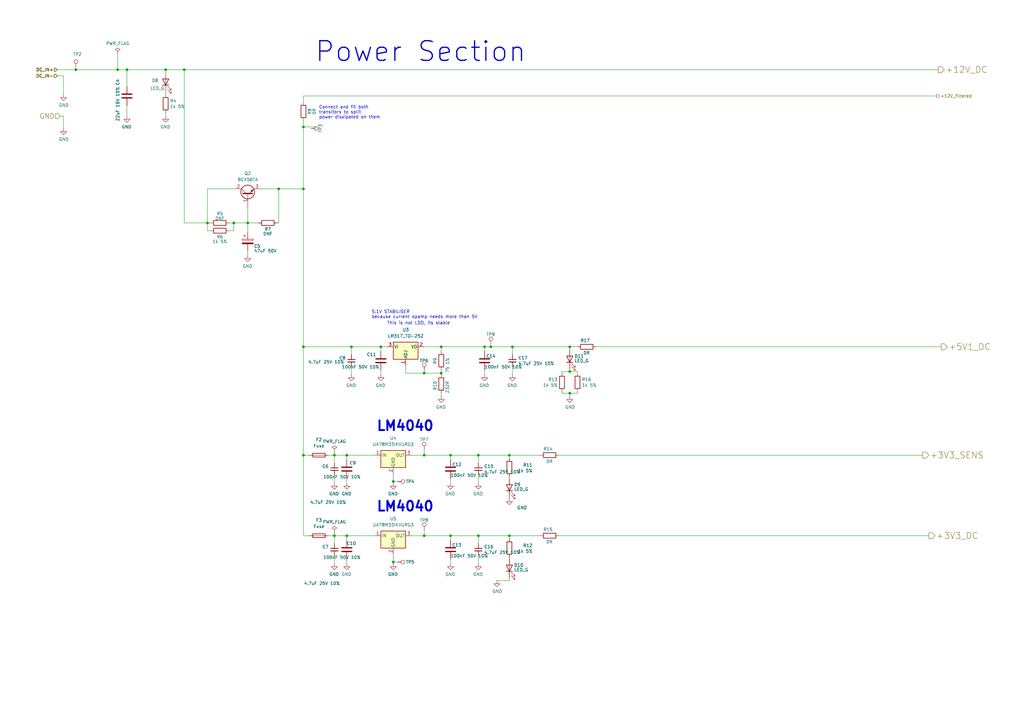
<source format=kicad_sch>
(kicad_sch (version 20231120) (generator "eeschema") (generator_version "8.0")
  (paper "A3")
  (title_block (title "Plant_watering_station") (date "2023-08-18") (rev "C0") (comment 1 "Author: Jakub Szczudło"))
  (lib_symbols
    (symbol "Device:C" (pin_numbers hide) (pin_names (offset 0.254))
      (property "Reference" "C" (at 0.635 2.54 0))
      (property "Value" "C" (at 0.635 -2.54 0))
      (symbol "C_0_1"
        (polyline (pts (xy -2.032 -0.762) (xy 2.032 -0.762)) (stroke (width 0.508)))
        (polyline (pts (xy -2.032 0.762) (xy 2.032 0.762)) (stroke (width 0.508)))
      )
      (symbol "C_1_1"
        (pin passive line (at 0 3.81 270) (length 2.794) (name "~") (number "1"))
        (pin passive line (at 0 -3.81 90) (length 2.794) (name "~") (number "2"))
      )
    )
    (symbol "Device:C_Polarized" (pin_numbers hide) (pin_names (offset 0.254))
      (property "Reference" "C" (at 0.635 2.54 0))
      (property "Value" "C_Polarized" (at 0.635 -2.54 0))
      (symbol "C_Polarized_0_1"
        (rectangle (start -2.286 0.508) (end 2.286 1.016))
        (polyline (pts (xy -1.778 2.286) (xy -0.762 2.286)))
        (polyline (pts (xy -1.27 2.794) (xy -1.27 1.778)))
        (rectangle (start 2.286 -0.508) (end -2.286 -1.016) (fill (type outline)))
      )
      (symbol "C_Polarized_1_1"
        (pin passive line (at 0 3.81 270) (length 2.794) (name "~") (number "1"))
        (pin passive line (at 0 -3.81 90) (length 2.794) (name "~") (number "2"))
      )
    )
    (symbol "Device:C_Small" (pin_numbers hide) (pin_names (offset 0.254) hide)
      (property "Reference" "C" (at 0.254 1.778 0))
      (property "Value" "C_Small" (at 0.254 -2.032 0))
      (symbol "C_Small_0_1"
        (polyline (pts (xy -1.524 -0.508) (xy 1.524 -0.508)) (stroke (width 0.3302)))
        (polyline (pts (xy -1.524 0.508) (xy 1.524 0.508)) (stroke (width 0.3048)))
      )
      (symbol "C_Small_1_1"
        (pin passive line (at 0 2.54 270) (length 2.032) (name "~") (number "1"))
        (pin passive line (at 0 -2.54 90) (length 2.032) (name "~") (number "2"))
      )
    )
    (symbol "Device:Fuse" (pin_numbers hide) (pin_names (offset 0))
      (property "Reference" "F" (at 2.032 0 90))
      (property "Value" "Fuse" (at -1.905 0 90))
      (symbol "Fuse_0_1"
        (rectangle (start -0.762 -2.54) (end 0.762 2.54) (stroke (width 0.254)))
        (polyline (pts (xy 0 2.54) (xy 0 -2.54)))
      )
      (symbol "Fuse_1_1"
        (pin passive line (at 0 3.81 270) (length 1.27) (name "~") (number "1"))
        (pin passive line (at 0 -3.81 90) (length 1.27) (name "~") (number "2"))
      )
    )
    (symbol "Device:LED" (pin_numbers hide) (pin_names (offset 1.016) hide)
      (property "Reference" "D" (at 0 2.54 0))
      (property "Value" "LED" (at 0 -2.54 0))
      (symbol "LED_0_1"
        (polyline (pts (xy -1.27 -1.27) (xy -1.27 1.27)) (stroke (width 0.254)))
        (polyline (pts (xy -1.27 0) (xy 1.27 0)))
        (polyline (pts (xy 1.27 -1.27) (xy 1.27 1.27) (xy -1.27 0) (xy 1.27 -1.27)) (stroke (width 0.254)))
        (polyline (pts (xy -3.048 -0.762) (xy -4.572 -2.286) (xy -3.81 -2.286) (xy -4.572 -2.286) (xy -4.572 -1.524)))
        (polyline (pts (xy -1.778 -0.762) (xy -3.302 -2.286) (xy -2.54 -2.286) (xy -3.302 -2.286) (xy -3.302 -1.524)))
      )
      (symbol "LED_1_1"
        (pin passive line (at -3.81 0 0) (length 2.54) (name "K") (number "1"))
        (pin passive line (at 3.81 0 180) (length 2.54) (name "A") (number "2"))
      )
    )
    (symbol "Device:Q_NPN_BCE" (pin_names (offset 0) hide)
      (property "Reference" "Q" (at 5.08 1.27 0))
      (property "Value" "Q_NPN_BCE" (at 5.08 -1.27 0))
      (symbol "Q_NPN_BCE_0_1"
        (polyline (pts (xy 0.635 0.635) (xy 2.54 2.54)))
        (polyline (pts (xy 0.635 -0.635) (xy 2.54 -2.54) (xy 2.54 -2.54)))
        (polyline (pts (xy 0.635 1.905) (xy 0.635 -1.905) (xy 0.635 -1.905)) (stroke (width 0.508)))
        (polyline (pts (xy 1.27 -1.778) (xy 1.778 -1.27) (xy 2.286 -2.286) (xy 1.27 -1.778) (xy 1.27 -1.778)) (fill (type outline)))
        (circle (center 1.27 0) (radius 2.8194) (stroke (width 0.254)))
      )
      (symbol "Q_NPN_BCE_1_1"
        (pin input line (at -5.08 0 0) (length 5.715) (name "B") (number "1"))
        (pin passive line (at 2.54 5.08 270) (length 2.54) (name "C") (number "2"))
        (pin passive line (at 2.54 -5.08 90) (length 2.54) (name "E") (number "3"))
      )
    )
    (symbol "Device:R" (pin_numbers hide) (pin_names (offset 0))
      (property "Reference" "R" (at 2.032 0 90))
      (property "Value" "R" (at 0 0 90))
      (symbol "R_0_1"
        (rectangle (start -1.016 -2.54) (end 1.016 2.54) (stroke (width 0.254)))
      )
      (symbol "R_1_1"
        (pin passive line (at 0 3.81 270) (length 1.27) (name "~") (number "1"))
        (pin passive line (at 0 -3.81 90) (length 1.27) (name "~") (number "2"))
      )
    )
    (symbol "Regulator_Linear:LM317_TO-252" (pin_names (offset 0.254))
      (property "Reference" "U" (at -3.81 3.175 0))
      (property "Value" "LM317_TO-252" (at 0 3.175 0))
      (symbol "LM317_TO-252_0_1"
        (rectangle (start -5.08 1.905) (end 5.08 -5.08) (stroke (width 0.254)) (fill (type background)))
      )
      (symbol "LM317_TO-252_1_1"
        (pin input line (at 0 -7.62 90) (length 2.54) (name "ADJ") (number "1"))
        (pin power_out line (at 7.62 0 180) (length 2.54) (name "VO") (number "2"))
        (pin power_in line (at -7.62 0 0) (length 2.54) (name "VI") (number "3"))
      )
    )
    (symbol "Regulator_Linear:uA7805" (pin_names (offset 0.254))
      (property "Reference" "U" (at -3.81 3.175 0))
      (property "Value" "uA7805" (at 0 3.175 0))
      (symbol "uA7805_0_1"
        (rectangle (start -5.08 1.905) (end 5.08 -5.08) (stroke (width 0.254)) (fill (type background)))
      )
      (symbol "uA7805_1_1"
        (pin power_in line (at -7.62 0 0) (length 2.54) (name "IN") (number "1"))
        (pin power_in line (at 0 -7.62 90) (length 2.54) (name "GND") (number "2"))
        (pin power_out line (at 7.62 0 180) (length 2.54) (name "OUT") (number "3"))
      )
    )
    (symbol "TP:TestPointShort" (pin_numbers hide) (pin_names (offset 0.762) hide) (in_bom no)
      (property "Reference" "TP" (at 0 6.35 0))
      (property "Value" "TestPointShort" (at 0 3.81 0))
      (symbol "TestPointShort_0_1"
        (circle (center 0 2.032) (radius 0.762))
      )
      (symbol "TestPointShort_1_1"
        (pin passive line (at 0 0 90) (length 1.27) (name "1") (number "1"))
      )
    )
    (symbol "power:GND" (power) (pin_names (offset 0))
      (property "Value" "GND" (at 0 -3.81 0))
      (symbol "GND_0_1"
        (polyline (pts (xy 0 0) (xy 0 -1.27) (xy 1.27 -1.27) (xy 0 -2.54) (xy -1.27 -1.27) (xy 0 -1.27)))
      )
      (symbol "GND_1_1"
        (pin power_in line (at 0 0 270) (length 0) hide (name "GND") (number "1"))
      )
    )
    (symbol "power:PWR_FLAG" (power) (pin_numbers hide) (pin_names (offset 0) hide)
      (property "Value" "PWR_FLAG" (at 0 3.81 0))
      (symbol "PWR_FLAG_0_0"
        (pin power_out line (at 0 0 90) (length 0) (name "pwr") (number "1"))
      )
      (symbol "PWR_FLAG_0_1"
        (polyline (pts (xy 0 0) (xy 0 1.27) (xy -1.016 1.905) (xy 0 2.54) (xy 1.016 1.905) (xy 0 1.27)))
      )
    )
  )
  (junction (at 208.915 219.71))
  (junction (at 124.46 52.07))
  (junction (at 208.915 186.69))
  (junction (at 144.145 142.24))
  (junction (at 161.29 230.505))
  (junction (at 95.885 91.44))
  (junction (at 48.26 28.575))
  (junction (at 173.99 219.71))
  (junction (at 233.68 152.4))
  (junction (at 198.755 142.24))
  (junction (at 161.29 197.485))
  (junction (at 233.68 142.24))
  (junction (at 142.24 186.69))
  (junction (at 75.565 28.575))
  (junction (at 233.68 161.29))
  (junction (at 85.09 91.44))
  (junction (at 173.99 186.69))
  (junction (at 67.945 28.575))
  (junction (at 137.16 219.71))
  (junction (at 201.295 142.24))
  (junction (at 173.99 153.035))
  (junction (at 52.07 28.575))
  (junction (at 184.785 219.71))
  (junction (at 196.215 219.71))
  (junction (at 124.46 142.24))
  (junction (at 114.3 77.47))
  (junction (at 124.46 186.69))
  (junction (at 210.185 142.24))
  (junction (at 180.975 142.24))
  (junction (at 156.21 142.24))
  (junction (at 180.975 153.035))
  (junction (at 184.785 186.69))
  (junction (at 124.46 77.47))
  (junction (at 142.24 219.71))
  (junction (at 31.115 28.575))
  (junction (at 137.16 186.69))
  (junction (at 196.215 186.69))
  (junction (at 101.6 91.44))
  (wire (pts (xy 233.68 152.4) (xy 230.505 152.4)))
  (wire (pts (xy 180.975 142.24) (xy 198.755 142.24)))
  (wire (pts (xy 134.62 186.69) (xy 137.16 186.69)))
  (wire (pts (xy 233.68 161.29) (xy 236.855 161.29)))
  (wire (pts (xy 124.46 52.07) (xy 124.46 77.47)))
  (wire (pts (xy 180.975 153.035) (xy 180.975 153.67)))
  (wire (pts (xy 31.115 28.575) (xy 31.115 27.305)))
  (wire (pts (xy 137.16 219.71) (xy 142.24 219.71)))
  (wire (pts (xy 48.26 28.575) (xy 52.07 28.575)))
  (wire (pts (xy 142.24 186.69) (xy 153.67 186.69)))
  (wire (pts (xy 168.91 219.71) (xy 173.99 219.71)))
  (wire (pts (xy 196.215 194.945) (xy 196.215 198.12)))
  (wire (pts (xy 85.09 94.615) (xy 85.09 91.44)))
  (wire (pts (xy 31.115 28.575) (xy 48.26 28.575)))
  (wire (pts (xy 208.915 203.835) (xy 208.915 204.47)))
  (wire (pts (xy 233.68 161.29) (xy 230.505 161.29)))
  (wire (pts (xy 168.91 186.69) (xy 173.99 186.69)))
  (wire (pts (xy 137.16 185.42) (xy 137.16 186.69)))
  (wire (pts (xy 184.785 219.71) (xy 196.215 219.71)))
  (wire (pts (xy 137.16 227.965) (xy 137.16 231.14)))
  (wire (pts (xy 124.46 52.07) (xy 129.54 52.07)))
  (wire (pts (xy 184.785 229.235) (xy 184.785 231.14)))
  (wire (pts (xy 114.3 77.47) (xy 114.3 91.44)))
  (wire (pts (xy 134.62 219.71) (xy 137.16 219.71)))
  (wire (pts (xy 24.765 47.625) (xy 26.035 47.625)))
  (wire (pts (xy 233.68 151.13) (xy 233.68 152.4)))
  (wire (pts (xy 137.16 186.69) (xy 142.24 186.69)))
  (wire (pts (xy 184.785 186.69) (xy 196.215 186.69)))
  (wire (pts (xy 173.99 219.71) (xy 184.785 219.71)))
  (wire (pts (xy 208.915 186.69) (xy 208.915 187.96)))
  (wire (pts (xy 114.3 77.47) (xy 124.46 77.47)))
  (wire (pts (xy 161.29 194.31) (xy 161.29 197.485)))
  (wire (pts (xy 75.565 91.44) (xy 85.09 91.44)))
  (wire (pts (xy 201.295 142.24) (xy 210.185 142.24)))
  (wire (pts (xy 156.21 142.24) (xy 156.21 144.145)))
  (wire (pts (xy 201.295 140.97) (xy 201.295 142.24)))
  (wire (pts (xy 233.68 162.56) (xy 233.68 161.29)))
  (wire (pts (xy 113.665 91.44) (xy 114.3 91.44)))
  (wire (pts (xy 124.46 49.53) (xy 124.46 52.07)))
  (wire (pts (xy 161.29 197.485) (xy 163.195 197.485)))
  (wire (pts (xy 142.24 219.71) (xy 142.24 221.615)))
  (wire (pts (xy 95.885 94.615) (xy 95.885 91.44)))
  (wire (pts (xy 208.915 236.855) (xy 208.915 238.125)))
  (wire (pts (xy 93.98 91.44) (xy 95.885 91.44)))
  (wire (pts (xy 166.37 149.86) (xy 166.37 153.035)))
  (wire (pts (xy 137.16 194.945) (xy 137.16 198.12)))
  (wire (pts (xy 210.185 142.24) (xy 233.68 142.24)))
  (wire (pts (xy 184.785 196.215) (xy 184.785 198.12)))
  (wire (pts (xy 101.6 91.44) (xy 106.045 91.44)))
  (wire (pts (xy 196.215 186.69) (xy 196.215 189.865)))
  (wire (pts (xy 26.035 31.115) (xy 26.035 38.735)))
  (wire (pts (xy 210.185 142.24) (xy 210.185 145.415)))
  (wire (pts (xy 210.185 150.495) (xy 210.185 153.67)))
  (wire (pts (xy 196.215 186.69) (xy 208.915 186.69)))
  (wire (pts (xy 208.915 238.125) (xy 203.835 238.125)))
  (wire (pts (xy 230.505 152.4) (xy 230.505 153.035)))
  (wire (pts (xy 144.145 150.495) (xy 144.145 153.67)))
  (wire (pts (xy 173.99 151.765) (xy 173.99 153.035)))
  (wire (pts (xy 173.99 184.15) (xy 173.99 186.69)))
  (wire (pts (xy 208.915 195.58) (xy 208.915 196.215)))
  (wire (pts (xy 233.68 142.24) (xy 236.855 142.24)))
  (wire (pts (xy 129.54 52.07) (xy 129.54 52.705)))
  (wire (pts (xy 180.975 142.24) (xy 180.975 144.145)))
  (wire (pts (xy 124.46 142.24) (xy 124.46 186.69)))
  (wire (pts (xy 161.29 230.505) (xy 163.195 230.505)))
  (wire (pts (xy 52.07 28.575) (xy 67.945 28.575)))
  (wire (pts (xy 129.54 52.705) (xy 127.635 52.705)))
  (wire (pts (xy 86.36 94.615) (xy 85.09 94.615)))
  (wire (pts (xy 208.915 219.71) (xy 208.915 220.98)))
  (wire (pts (xy 26.035 47.625) (xy 26.035 52.705)))
  (wire (pts (xy 196.215 227.965) (xy 196.215 231.14)))
  (wire (pts (xy 101.6 91.44) (xy 101.6 95.25)))
  (wire (pts (xy 142.24 196.215) (xy 142.24 198.12)))
  (wire (pts (xy 124.46 39.37) (xy 384.175 39.37)))
  (wire (pts (xy 86.36 91.44) (xy 85.09 91.44)))
  (wire (pts (xy 173.99 153.035) (xy 180.975 153.035)))
  (wire (pts (xy 198.755 142.24) (xy 198.755 144.145)))
  (wire (pts (xy 124.46 186.69) (xy 124.46 219.71)))
  (wire (pts (xy 93.98 94.615) (xy 95.885 94.615)))
  (wire (pts (xy 75.565 28.575) (xy 75.565 91.44)))
  (wire (pts (xy 101.6 102.87) (xy 101.6 104.775)))
  (wire (pts (xy 144.145 142.24) (xy 144.145 145.415)))
  (wire (pts (xy 198.755 142.24) (xy 201.295 142.24)))
  (wire (pts (xy 166.37 153.035) (xy 173.99 153.035)))
  (wire (pts (xy 233.68 152.4) (xy 236.855 152.4)))
  (wire (pts (xy 230.505 161.29) (xy 230.505 160.655)))
  (wire (pts (xy 137.16 219.71) (xy 137.16 222.885)))
  (wire (pts (xy 67.945 28.575) (xy 67.945 29.845)))
  (wire (pts (xy 67.945 46.355) (xy 67.945 47.625)))
  (wire (pts (xy 67.945 37.465) (xy 67.945 38.735)))
  (wire (pts (xy 156.21 142.24) (xy 158.75 142.24)))
  (wire (pts (xy 173.99 186.69) (xy 184.785 186.69)))
  (wire (pts (xy 75.565 28.575) (xy 384.81 28.575)))
  (wire (pts (xy 184.785 186.69) (xy 184.785 188.595)))
  (wire (pts (xy 67.945 28.575) (xy 75.565 28.575)))
  (wire (pts (xy 196.215 219.71) (xy 196.215 222.885)))
  (wire (pts (xy 52.07 28.575) (xy 52.07 35.56)))
  (wire (pts (xy 208.915 186.69) (xy 221.615 186.69)))
  (wire (pts (xy 236.855 152.4) (xy 236.855 153.035)))
  (wire (pts (xy 137.16 186.69) (xy 137.16 189.865)))
  (wire (pts (xy 173.99 217.17) (xy 173.99 219.71)))
  (wire (pts (xy 23.495 28.575) (xy 31.115 28.575)))
  (wire (pts (xy 208.915 219.71) (xy 221.615 219.71)))
  (wire (pts (xy 161.29 197.485) (xy 161.29 198.12)))
  (wire (pts (xy 161.29 230.505) (xy 161.29 231.14)))
  (wire (pts (xy 208.915 228.6) (xy 208.915 229.235)))
  (wire (pts (xy 96.52 77.47) (xy 85.09 77.47)))
  (wire (pts (xy 244.475 142.24) (xy 386.08 142.24)))
  (wire (pts (xy 180.975 151.765) (xy 180.975 153.035)))
  (wire (pts (xy 142.24 219.71) (xy 153.67 219.71)))
  (wire (pts (xy 233.68 142.24) (xy 233.68 143.51)))
  (wire (pts (xy 156.21 151.765) (xy 156.21 153.67)))
  (wire (pts (xy 95.885 91.44) (xy 101.6 91.44)))
  (wire (pts (xy 180.975 161.29) (xy 180.975 162.56)))
  (wire (pts (xy 101.6 85.09) (xy 101.6 91.44)))
  (wire (pts (xy 124.46 142.24) (xy 144.145 142.24)))
  (wire (pts (xy 196.215 219.71) (xy 208.915 219.71)))
  (wire (pts (xy 85.09 77.47) (xy 85.09 91.44)))
  (wire (pts (xy 52.07 43.18) (xy 52.07 47.625)))
  (wire (pts (xy 198.755 151.765) (xy 198.755 153.67)))
  (wire (pts (xy 173.99 142.24) (xy 180.975 142.24)))
  (wire (pts (xy 236.855 161.29) (xy 236.855 160.655)))
  (wire (pts (xy 124.46 39.37) (xy 124.46 41.91)))
  (wire (pts (xy 124.46 186.69) (xy 127 186.69)))
  (wire (pts (xy 106.68 77.47) (xy 114.3 77.47)))
  (wire (pts (xy 161.29 227.33) (xy 161.29 230.505)))
  (wire (pts (xy 48.26 22.225) (xy 48.26 28.575)))
  (wire (pts (xy 142.24 186.69) (xy 142.24 188.595)))
  (wire (pts (xy 137.16 218.44) (xy 137.16 219.71)))
  (wire (pts (xy 144.145 142.24) (xy 156.21 142.24)))
  (wire (pts (xy 124.46 77.47) (xy 124.46 142.24)))
  (wire (pts (xy 142.24 229.235) (xy 142.24 231.14)))
  (wire (pts (xy 23.495 31.115) (xy 26.035 31.115)))
  (wire (pts (xy 229.235 186.69) (xy 378.46 186.69)))
  (wire (pts (xy 184.785 219.71) (xy 184.785 221.615)))
  (wire (pts (xy 124.46 219.71) (xy 127 219.71)))
  (wire (pts (xy 229.235 219.71) (xy 381 219.71)))
  (text "LM4040" (at 154.178 177.165 0) (effects (font (size 3.9878 3.9878) (thickness 0.7976) (bold yes)) (justify left bottom)))
  (text "Power Section" (at 128.905 26.035 0) (effects (font (size 8.08 8.08) (thickness 0.508) (bold yes)) (justify left bottom)))
  (text "5.1V STABILISER\nbecause current opamp needs more than 5V" (at 152.4 130.81 0) (effects (font (size 1.27 1.27)) (justify left bottom)))
  (text "Connect and fit both \ntransitors to split \npower dissipated on them" (at 130.81 48.895 0) (effects (font (size 1.27 1.27)) (justify left bottom)))
  (text "LM4040" (at 154.178 210.185 0) (effects (font (size 3.9878 3.9878) (thickness 0.7976) (bold yes)) (justify left bottom)))
  (text "This is not LDO, its stable" (at 158.75 133.35 0) (effects (font (size 1.27 1.27)) (justify left bottom)))
  (hierarchical_label "+12V_DC" (shape output) (at 384.81 28.575 0) (effects (font (size 2.54 2.54))))
  (hierarchical_label "DC_IN-" (shape input) (at 23.495 31.115 180) (effects (font (bold yes))))
  (hierarchical_label "GND" (shape input) (at 24.765 47.625 180) (effects (font (size 2.0066 2.0066))))
  (hierarchical_label "+12V_filtered" (shape output) (at 384.175 39.37 0))
  (hierarchical_label "DC_IN+" (shape input) (at 23.495 28.575 180) (effects (font (bold yes))))
  (hierarchical_label "+5V1_DC" (shape output) (at 386.08 142.24 0) (effects (font (size 2.54 2.54))))
  (hierarchical_label "+3V3_SENS" (shape output) (at 378.46 186.69 0) (effects (font (size 2.54 2.54))))
  (hierarchical_label "+3V3_DC" (shape output) (at 381 219.71 0) (effects (font (size 2.54 2.54))))
  (symbol (lib_id "power:GND") (at 26.035 52.705 0) (unit 1)
    (property "Reference" "#PWR049" (effects (hide yes)))
    (property "Value" "GND" (at 26.162 57.0992 0))
  )
  (symbol (lib_id "power:GND") (at 208.915 204.47 0) (unit 1)
    (property "Reference" "#PWR068" (effects (hide yes)))
    (property "Value" "GND" (at 214.122 208.2292 0))
  )
  (symbol (lib_id "Device:R") (at 230.505 156.845 0) (mirror y) (unit 1)
    (property "Reference" "R13" (at 228.727 155.6766 0) (effects (justify left)))
    (property "Value" "1k 5%" (at 228.727 157.988 0) (effects (justify left)))
    (property "Footprint" "Resistor_SMD:R_0805_2012Metric" (effects (hide yes)))
    (property "TME link" "https://www.tme.eu/pl/details/rc0805fr-071k/rezystory-smd/yageo/rc0805fr-071kl/" (effects (hide yes)))
  )
  (symbol (lib_id "Device:R") (at 208.915 224.79 0) (mirror y) (unit 1)
    (property "Reference" "R12" (at 218.44 223.7486 0) (effects (justify left)))
    (property "Value" "1k 5%" (at 218.44 226.06 0) (effects (justify left)))
    (property "Footprint" "Resistor_SMD:R_0805_2012Metric" (effects (hide yes)))
    (property "TME link" "https://www.tme.eu/pl/details/rc0805fr-071k/rezystory-smd/yageo/rc0805fr-071kl/" (effects (hide yes)))
  )
  (symbol (lib_id "Device:R") (at 67.945 42.545 0) (unit 1)
    (property "Reference" "R4" (at 69.723 41.3766 0) (effects (justify left)))
    (property "Value" "1k 5%" (at 69.723 43.688 0) (effects (justify left)))
    (property "Footprint" "Resistor_SMD:R_0805_2012Metric" (effects (hide yes)))
    (property "TME link" "https://www.tme.eu/pl/details/rc0805fr-071k/rezystory-smd/yageo/rc0805fr-071kl/" (effects (hide yes)))
  )
  (symbol (lib_id "TP:TestPointShort") (at 127.635 52.705 270) (unit 1) (in_bom no)
    (property "Reference" "TP3" (at 131.445 50.8 0) (effects (justify left)))
    (property "Value" "TP" (effects (hide yes)))
    (property "Footprint" "TestPoint:TestPoint_Pad_D1.0mm" (effects (hide yes)))
    (property "Shop" "N/A" (effects (hide yes)))
  )
  (symbol (lib_id "Device:R") (at 124.46 45.72 180) (unit 1)
    (property "Reference" "R8" (at 127 45.72 90))
    (property "Value" "0R" (at 128.905 45.72 90))
    (property "Footprint" "Resistor_SMD:R_0805_2012Metric" (effects (hide yes)))
    (property "TME" "SMD0805-0R" (effects (hide yes)))
    (property "Shop" "TME" (effects (hide yes)))
  )
  (symbol (lib_id "power:GND") (at 203.835 238.125 0) (unit 1)
    (property "Reference" "#PWR069" (effects (hide yes)))
    (property "Value" "GND" (at 203.962 242.5192 0))
  )
  (symbol (lib_id "TP:TestPointShort") (at 201.295 140.97 0) (unit 1) (in_bom no)
    (property "Reference" "TP9" (at 199.39 137.16 0) (effects (justify left)))
    (property "Value" "TP" (effects (hide yes)))
    (property "Footprint" "TestPoint:TestPoint_Pad_D1.0mm" (effects (hide yes)))
    (property "Shop" "N/A" (effects (hide yes)))
  )
  (symbol (lib_id "Device:R") (at 180.975 157.48 180) (unit 1)
    (property "Reference" "R10" (at 178.435 156.21 90) (effects (justify left)))
    (property "Value" "232R" (at 183.515 156.21 90) (effects (justify left)))
    (property "Footprint" "Resistor_SMD:R_0805_2012Metric" (effects (hide yes)))
    (property "TME link" "https://www.tme.eu/pl/details/hp05-75r1%25/rezystory-smd/royal-ohm/hp05w3f750jt5e/" (effects (hide yes)))
  )
  (symbol (lib_id "Device:Fuse") (at 130.81 186.69 90) (unit 1)
    (property "Reference" "F2" (at 130.81 180.34 90))
    (property "Value" "Fuse" (at 130.81 182.88 90))
    (property "Footprint" "Fuse:Fuseholder_Clip-5x20mm_Keystone_3517_Inline_P23.11x6.76mm_D1.70mm_Horizontal" (effects (hide yes)))
    (property "Description" "Fuse" (effects (hide yes)))
    (property "TME" "https://www.tme.eu/pl/details/keys3517/gniazda-bezpiecznikowe-pcb/keystone/3517/" (effects (hide yes)))
  )
  (symbol (lib_id "Device:C") (at 156.21 147.955 180) (unit 1)
    (property "Reference" "C11" (at 154.305 145.415 0) (effects (justify left)))
    (property "Value" "100nF 50V 10%" (at 155.575 150.495 0) (effects (justify left)))
    (property "Footprint" "Capacitor_SMD:C_0805_2012Metric" (effects (hide yes)))
    (property "TME link" "https://www.tme.eu/pl/details/0805b104j500ct/kondensatory-mlcc-smd/walsin/" (effects (hide yes)))
  )
  (symbol (lib_id "Device:R") (at 225.425 186.69 90) (unit 1)
    (property "Reference" "R14" (at 226.695 184.15 90) (effects (justify left)))
    (property "Value" "0R" (at 226.695 189.23 90) (effects (justify left)))
    (property "Footprint" "Resistor_SMD:R_0805_2012Metric" (effects (hide yes)))
    (property "TME" "SMD0805-0R" (effects (hide yes)))
    (property "Shop" "TME" (effects (hide yes)))
  )
  (symbol (lib_id "Device:C_Small") (at 196.215 225.425 0) (unit 1)
    (property "Reference" "C16" (at 198.5518 224.2566 0) (effects (justify left)))
    (property "Value" "4.7uF 25V 10%" (at 198.5518 226.568 0) (effects (justify left)))
    (property "Footprint" "Capacitor_SMD:C_0805_2012Metric" (effects (hide yes)))
    (property "TME link" "https://www.tme.eu/pl/details/grm21br61h475ke51l/kondensatory-mlcc-smd/murata/" (effects (hide yes)))
  )
  (symbol (lib_id "power:GND") (at 184.785 198.12 0) (mirror y) (unit 1)
    (property "Reference" "#PWR062" (effects (hide yes)))
    (property "Value" "GND" (at 184.658 202.5142 0))
  )
  (symbol (lib_id "Device:LED") (at 233.68 147.32 90) (unit 1)
    (property "Reference" "D11" (at 235.585 146.05 90) (effects (justify right)))
    (property "Value" "LED_G" (at 235.585 147.955 90) (effects (justify right)))
    (property "Footprint" "Mouser_Parts:LED_1206_3216Metric_JLCPCB_Marking" (effects (hide yes)))
    (property "TME link" "https://www.tme.eu/pl/details/of-smd3216yg-rv/diody-led-smd-kolorowe/optoflash/" (effects (hide yes)))
  )
  (symbol (lib_id "power:GND") (at 180.975 162.56 0) (mirror y) (unit 1)
    (property "Reference" "#PWR061" (effects (hide yes)))
    (property "Value" "GND" (at 180.848 166.9542 0))
  )
  (symbol (lib_id "Device:C_Small") (at 196.215 192.405 0) (unit 1)
    (property "Reference" "C15" (at 198.5518 191.2366 0) (effects (justify left)))
    (property "Value" "4.7uF 25V 10%" (at 198.5518 193.548 0) (effects (justify left)))
    (property "Footprint" "Capacitor_SMD:C_0805_2012Metric" (effects (hide yes)))
    (property "TME link" "https://www.tme.eu/pl/details/grm21br61h475ke51l/kondensatory-mlcc-smd/murata/" (effects (hide yes)))
  )
  (symbol (lib_id "Device:R") (at 180.975 147.955 180) (unit 1)
    (property "Reference" "R9" (at 178.435 146.685 90) (effects (justify left)))
    (property "Value" "75 1%" (at 183.515 146.685 90) (effects (justify left)))
    (property "Footprint" "Resistor_SMD:R_0805_2012Metric" (effects (hide yes)))
    (property "TME link" "https://www.tme.eu/pl/details/hp05-75r1%25/rezystory-smd/royal-ohm/hp05w3f750jt5e/" (effects (hide yes)))
  )
  (symbol (lib_id "Device:C") (at 142.24 192.405 180) (unit 1)
    (property "Reference" "C9" (at 146.05 189.865 0) (effects (justify left)))
    (property "Value" "100nF 50V 10%" (at 147.955 195.58 0) (effects (justify left)))
    (property "Footprint" "Capacitor_SMD:C_0805_2012Metric" (effects (hide yes)))
    (property "TME link" "https://www.tme.eu/pl/details/0805b104j500ct/kondensatory-mlcc-smd/walsin/" (effects (hide yes)))
  )
  (symbol (lib_id "TP:TestPointShort") (at 173.99 184.15 0) (unit 1) (in_bom no)
    (property "Reference" "TP7" (at 172.085 180.34 0) (effects (justify left)))
    (property "Value" "TP" (effects (hide yes)))
    (property "Footprint" "TestPoint:TestPoint_Pad_D1.0mm" (effects (hide yes)))
    (property "Shop" "N/A" (effects (hide yes)))
  )
  (symbol (lib_id "power:GND") (at 196.215 198.12 0) (mirror y) (unit 1)
    (property "Reference" "#PWR065" (effects (hide yes)))
    (property "Value" "GND" (at 196.088 202.5142 0))
  )
  (symbol (lib_id "power:GND") (at 142.24 231.14 0) (mirror y) (unit 1)
    (property "Reference" "#PWR057" (effects (hide yes)))
    (property "Value" "GND" (at 142.113 235.5342 0))
  )
  (symbol (lib_id "TP:TestPointShort") (at 163.195 197.485 270) (unit 1) (in_bom no)
    (property "Reference" "TP4" (at 166.37 197.485 90) (effects (justify left)))
    (property "Value" "TP" (effects (hide yes)))
    (property "Footprint" "TestPoint:TestPoint_Pad_D1.0mm" (effects (hide yes)))
    (property "Shop" "N/A" (effects (hide yes)))
  )
  (symbol (lib_id "Device:C") (at 142.24 225.425 180) (unit 1)
    (property "Reference" "C10" (at 146.05 222.885 0) (effects (justify left)))
    (property "Value" "100nF 50V 10%" (at 147.955 228.6 0) (effects (justify left)))
    (property "Footprint" "Capacitor_SMD:C_0805_2012Metric" (effects (hide yes)))
    (property "TME link" "https://www.tme.eu/pl/details/0805b104j500ct/kondensatory-mlcc-smd/walsin/" (effects (hide yes)))
  )
  (symbol (lib_id "power:GND") (at 101.6 104.775 0) (mirror y) (unit 1)
    (property "Reference" "#PWR052" (effects (hide yes)))
    (property "Value" "GND" (at 101.473 109.1692 0))
  )
  (symbol (lib_id "power:PWR_FLAG") (at 48.26 22.225 0) (unit 1)
    (property "Reference" "#FLG01" (effects (hide yes)))
    (property "Value" "PWR_FLAG" (at 48.26 17.8308 0))
  )
  (symbol (lib_id "power:GND") (at 184.785 231.14 0) (mirror y) (unit 1)
    (property "Reference" "#PWR063" (effects (hide yes)))
    (property "Value" "GND" (at 184.658 235.5342 0))
  )
  (symbol (lib_id "power:GND") (at 156.21 153.67 0) (mirror y) (unit 1)
    (property "Reference" "#PWR058" (effects (hide yes)))
    (property "Value" "GND" (at 156.083 158.0642 0))
  )
  (symbol (lib_id "Device:C") (at 198.755 147.955 0) (unit 1)
    (property "Reference" "C14" (at 199.39 146.05 0) (effects (justify left)))
    (property "Value" "100nF 50V 10%" (at 198.755 150.495 0) (effects (justify left)))
    (property "Footprint" "Capacitor_SMD:C_0805_2012Metric" (effects (hide yes)))
    (property "TME link" "https://www.tme.eu/pl/details/0805b104j500ct/kondensatory-mlcc-smd/walsin/" (effects (hide yes)))
  )
  (symbol (lib_id "Device:LED") (at 208.915 200.025 90) (unit 1)
    (property "Reference" "D9" (at 210.82 198.755 90) (effects (justify right)))
    (property "Value" "LED_G" (at 210.82 200.66 90) (effects (justify right)))
    (property "Footprint" "Mouser_Parts:LED_1206_3216Metric_JLCPCB_Marking" (effects (hide yes)))
    (property "TME link" "https://www.tme.eu/pl/details/of-smd3216yg-rv/diody-led-smd-kolorowe/optoflash/" (effects (hide yes)))
  )
  (symbol (lib_id "Device:C_Small") (at 144.145 147.955 0) (mirror y) (unit 1)
    (property "Reference" "C8" (at 141.8082 146.7866 0) (effects (justify left)))
    (property "Value" "4.7uF 25V 10%" (at 141.1732 148.463 0) (effects (justify left)))
    (property "Footprint" "Capacitor_SMD:C_0805_2012Metric" (effects (hide yes)))
    (property "TME link" "https://www.tme.eu/pl/details/grm21br61h475ke51l/kondensatory-mlcc-smd/murata/" (effects (hide yes)))
  )
  (symbol (lib_id "Device:C_Small") (at 137.16 225.425 0) (mirror y) (unit 1)
    (property "Reference" "C7" (at 134.8232 224.2566 0) (effects (justify left)))
    (property "Value" "4.7uF 25V 10%" (at 139.446 239.268 0) (effects (justify left)))
    (property "Footprint" "Capacitor_SMD:C_0805_2012Metric" (effects (hide yes)))
    (property "TME link" "https://www.tme.eu/pl/details/grm21br61h475ke51l/kondensatory-mlcc-smd/murata/" (effects (hide yes)))
  )
  (symbol (lib_id "Device:C_Polarized") (at 101.6 99.06 0) (unit 1)
    (property "Reference" "C5" (at 104.14 100.965 0) (effects (justify left)))
    (property "Value" "47uF 50V" (at 104.14 102.87 0) (effects (justify left)))
    (property "Footprint" "Capacitor_SMD:C_Elec_6.3x7.7" (effects (hide yes)))
    (property "Datasheet" "https://www.tme.eu/Document/28a7d7325ef9ccb79ff14624469fe009/CD.pdf" (effects (hide yes)))
    (property "TME" "CD1H476M6L07KVR" (effects (hide yes)))
    (property "TME link" "https://www.tme.eu/pl/details/cd1h476m6l07kvr/kondensatory-elektrolityczne-smd/samwha/" (effects (hide yes)))
    (property "Shop" "TME" (effects (hide yes)))
  )
  (symbol (lib_id "Regulator_Linear:LM317_TO-252") (at 166.37 142.24 0) (unit 1)
    (property "Reference" "U3" (at 166.37 135.255 0))
    (property "Value" "LM317_TO-252" (at 166.37 137.795 0))
    (property "Footprint" "Package_TO_SOT_SMD:TO-252-2" (effects (hide yes)))
    (property "Datasheet" "https://www.mouser.pl/datasheet/2/308/1/LM317M_D-2315058.pdf" (effects (hide yes)))
    (property "Mouser Price/Stock" "https://www.mouser.pl/ProductDetail/onsemi/NCV317BD2TR4G?qs=8sOby8ZxZLFFfQnwzP4fTw%3D%3D" (effects (hide yes)))
    (property "Mouser Part Number" "863-NCV317BD2TR4G " (effects (hide yes)))
    (property "Shop" "MOUSER" (effects (hide yes)))
  )
  (symbol (lib_id "Device:Q_NPN_BCE") (at 101.6 80.01 90) (unit 1)
    (property "Reference" "Q2" (at 101.6 71.12 90))
    (property "Value" "BCX56TA" (at 101.6 73.66 90))
    (property "Footprint" "Package_TO_SOT_SMD:SOT-89-3" (effects (hide yes)))
    (property "Datasheet" "https://www.tme.eu/Document/514535f26ec2d58a5355ce1ee7c0b95f/BCX54x-DTE.pdf" (effects (hide yes)))
    (property "TME" "BCX56TA" (effects (hide yes)))
    (property "TME link" "https://www.tme.eu/pl/details/bcx56ta/tranzystory-npn-smd/diodes-incorporated/" (effects (hide yes)))
    (property "Shop" "TME" (effects (hide yes)))
  )
  (symbol (lib_id "Device:R") (at 90.17 91.44 90) (unit 1)
    (property "Reference" "R5" (at 90.17 87.63 90))
    (property "Value" "DNF" (at 90.17 89.535 90))
    (property "Footprint" "Resistor_SMD:R_2512_6332Metric" (effects (hide yes)))
    (property "TME" "CRCW25123K30FKTHBC" (effects (hide yes)))
    (property "Shop" "N/A" (effects (hide yes)))
  )
  (symbol (lib_id "Device:LED") (at 208.915 233.045 90) (unit 1)
    (property "Reference" "D10" (at 210.82 231.775 90) (effects (justify right)))
    (property "Value" "LED_G" (at 210.82 233.68 90) (effects (justify right)))
    (property "Footprint" "Mouser_Parts:LED_1206_3216Metric_JLCPCB_Marking" (effects (hide yes)))
    (property "JLCPCB Part #" "C601666" (effects (hide yes)))
    (property "Shop" "JLCPCB" (effects (hide yes)))
  )
  (symbol (lib_id "power:PWR_FLAG") (at 137.16 218.44 0) (unit 1)
    (property "Reference" "#FLG03" (effects (hide yes)))
    (property "Value" "PWR_FLAG" (at 137.16 214.0458 0))
  )
  (symbol (lib_id "power:GND") (at 144.145 153.67 0) (mirror y) (unit 1)
    (property "Reference" "#PWR055" (effects (hide yes)))
    (property "Value" "GND" (at 144.018 158.0642 0))
  )
  (symbol (lib_id "Device:C") (at 184.785 225.425 0) (unit 1)
    (property "Reference" "C13" (at 185.42 223.52 0) (effects (justify left)))
    (property "Value" "100nF 50V 10%" (at 184.785 227.965 0) (effects (justify left)))
    (property "Footprint" "Capacitor_SMD:C_0805_2012Metric" (effects (hide yes)))
    (property "TME link" "https://www.tme.eu/pl/details/0805b104j500ct/kondensatory-mlcc-smd/walsin/" (effects (hide yes)))
  )
  (symbol (lib_id "TP:TestPointShort") (at 163.195 230.505 270) (unit 1) (in_bom no)
    (property "Reference" "TP5" (at 166.37 230.505 90) (effects (justify left)))
    (property "Value" "TP" (effects (hide yes)))
    (property "Footprint" "TestPoint:TestPoint_Pad_D1.0mm" (effects (hide yes)))
    (property "Shop" "N/A" (effects (hide yes)))
  )
  (symbol (lib_id "power:GND") (at 67.945 47.625 0) (mirror y) (unit 1)
    (property "Reference" "#PWR051" (effects (hide yes)))
    (property "Value" "GND" (at 67.818 52.0192 0))
  )
  (symbol (lib_id "Device:LED") (at 67.945 33.655 90) (unit 1)
    (property "Reference" "D8" (at 62.23 33.02 90) (effects (justify right)))
    (property "Value" "LED_G" (at 61.595 36.195 90) (effects (justify right)))
    (property "Footprint" "Mouser_Parts:LED_1206_3216Metric_JLCPCB_Marking" (effects (hide yes)))
    (property "TME link" "https://www.tme.eu/pl/details/of-smd3216yg-rv/diody-led-smd-kolorowe/optoflash/" (effects (hide yes)))
  )
  (symbol (lib_id "power:GND") (at 52.07 47.625 0) (mirror y) (unit 1)
    (property "Reference" "#PWR050" (effects (hide yes)))
    (property "Value" "GND" (at 51.943 52.0192 0))
  )
  (symbol (lib_id "power:GND") (at 26.035 38.735 0) (unit 1)
    (property "Reference" "#PWR048" (effects (hide yes)))
    (property "Value" "GND" (at 26.162 43.1292 0))
  )
  (symbol (lib_id "power:PWR_FLAG") (at 137.16 185.42 0) (unit 1)
    (property "Reference" "#FLG02" (effects (hide yes)))
    (property "Value" "PWR_FLAG" (at 137.16 181.0258 0))
  )
  (symbol (lib_id "Device:R") (at 109.855 91.44 90) (unit 1)
    (property "Reference" "R7" (at 109.855 93.98 90))
    (property "Value" "DNF" (at 109.855 95.885 90))
    (property "Footprint" "Resistor_SMD:R_0805_2012Metric" (effects (hide yes)))
    (property "Shop" "N/A" (effects (hide yes)))
  )
  (symbol (lib_id "power:GND") (at 161.29 231.14 0) (mirror y) (unit 1)
    (property "Reference" "#PWR060" (effects (hide yes)))
    (property "Value" "GND" (at 161.163 235.5342 0))
  )
  (symbol (lib_id "power:GND") (at 137.16 198.12 0) (mirror y) (unit 1)
    (property "Reference" "#PWR053" (effects (hide yes)))
    (property "Value" "GND" (at 137.033 202.5142 0))
  )
  (symbol (lib_id "Device:R") (at 208.915 191.77 0) (mirror y) (unit 1)
    (property "Reference" "R11" (at 218.44 190.7286 0) (effects (justify left)))
    (property "Value" "1k 5%" (at 218.44 193.04 0) (effects (justify left)))
    (property "Footprint" "Resistor_SMD:R_0805_2012Metric" (effects (hide yes)))
    (property "TME link" "https://www.tme.eu/pl/details/rc0805fr-071k/rezystory-smd/yageo/rc0805fr-071kl/" (effects (hide yes)))
  )
  (symbol (lib_id "TP:TestPointShort") (at 173.99 151.765 0) (unit 1) (in_bom no)
    (property "Reference" "TP6" (at 172.085 147.955 0) (effects (justify left)))
    (property "Value" "TP" (effects (hide yes)))
    (property "Footprint" "TestPoint:TestPoint_Pad_D1.0mm" (effects (hide yes)))
    (property "Shop" "N/A" (effects (hide yes)))
  )
  (symbol (lib_id "Device:R") (at 225.425 219.71 90) (unit 1)
    (property "Reference" "R15" (at 226.695 217.17 90) (effects (justify left)))
    (property "Value" "0R" (at 226.695 222.25 90) (effects (justify left)))
    (property "Footprint" "Resistor_SMD:R_0805_2012Metric" (effects (hide yes)))
    (property "TME" "SMD0805-0R" (effects (hide yes)))
    (property "Shop" "TME" (effects (hide yes)))
  )
  (symbol (lib_id "Device:C_Small") (at 137.16 192.405 0) (mirror y) (unit 1)
    (property "Reference" "C6" (at 134.8232 191.2366 0) (effects (justify left)))
    (property "Value" "4.7uF 25V 10%" (at 141.986 205.994 0) (effects (justify left)))
    (property "Footprint" "Capacitor_SMD:C_0805_2012Metric" (effects (hide yes)))
    (property "TME link" "https://www.tme.eu/pl/details/grm21br61h475ke51l/kondensatory-mlcc-smd/murata/" (effects (hide yes)))
  )
  (symbol (lib_id "Device:R") (at 236.855 156.845 0) (unit 1)
    (property "Reference" "R16" (at 238.633 155.6766 0) (effects (justify left)))
    (property "Value" "1k 5%" (at 238.633 157.988 0) (effects (justify left)))
    (property "Footprint" "Resistor_SMD:R_0805_2012Metric" (effects (hide yes)))
    (property "TME link" "https://www.tme.eu/pl/details/rc0805fr-071k/rezystory-smd/yageo/rc0805fr-071kl/" (effects (hide yes)))
  )
  (symbol (lib_id "power:GND") (at 210.185 153.67 0) (mirror y) (unit 1)
    (property "Reference" "#PWR067" (effects (hide yes)))
    (property "Value" "GND" (at 210.058 158.0642 0))
  )
  (symbol (lib_id "Regulator_Linear:uA7805") (at 161.29 219.71 0) (unit 1)
    (property "Reference" "U5" (at 161.29 212.725 0))
    (property "Value" "UA78M33IKVURG3" (at 161.29 215.265 0))
    (property "Footprint" "Mouser_Parts:UA78M33IKVURG3" (effects (hide yes)))
    (property "Datasheet" "http://www.ti.com/lit/ds/symlink/ua78.pdf" (effects (hide yes)))
    (property "Mouser Part Number" "595-UA78M33IKVURG3" (effects (hide yes)))
    (property "Mouser Price/Stock" "https://www.mouser.co.uk/ProductDetail/Texas-Instruments/UA78M33IKVURG3?qs=dP8SwFlKThxMmGpfgS%2FADQ%3D%3D" (effects (hide yes)))
    (property "Shop" "MOUSER" (effects (hide yes)))
  )
  (symbol (lib_id "power:GND") (at 142.24 198.12 0) (mirror y) (unit 1)
    (property "Reference" "#PWR056" (effects (hide yes)))
    (property "Value" "GND" (at 142.113 202.5142 0))
  )
  (symbol (lib_id "Device:C") (at 184.785 192.405 0) (unit 1)
    (property "Reference" "C12" (at 185.42 190.5 0) (effects (justify left)))
    (property "Value" "100nF 50V 10%" (at 184.785 194.945 0) (effects (justify left)))
    (property "Footprint" "Capacitor_SMD:C_0805_2012Metric" (effects (hide yes)))
    (property "TME link" "https://www.tme.eu/pl/details/0805b104j500ct/kondensatory-mlcc-smd/walsin/" (effects (hide yes)))
  )
  (symbol (lib_id "Device:R") (at 240.665 142.24 90) (unit 1)
    (property "Reference" "R17" (at 241.935 139.7 90) (effects (justify left)))
    (property "Value" "0R" (at 241.935 144.78 90) (effects (justify left)))
    (property "Footprint" "Resistor_SMD:R_0805_2012Metric" (effects (hide yes)))
    (property "TME" "SMD0805-0R" (effects (hide yes)))
    (property "Shop" "TME" (effects (hide yes)))
  )
  (symbol (lib_id "power:GND") (at 196.215 231.14 0) (mirror y) (unit 1)
    (property "Reference" "#PWR066" (effects (hide yes)))
    (property "Value" "GND" (at 196.088 235.5342 0))
  )
  (symbol (lib_id "Device:C_Small") (at 210.185 147.955 0) (unit 1)
    (property "Reference" "C17" (at 212.5218 146.7866 0) (effects (justify left)))
    (property "Value" "4.7uF 25V 10%" (at 212.5218 149.098 0) (effects (justify left)))
    (property "Footprint" "Capacitor_SMD:C_0805_2012Metric" (effects (hide yes)))
    (property "TME link" "https://www.tme.eu/pl/details/grm21br61h475ke51l/kondensatory-mlcc-smd/murata/" (effects (hide yes)))
  )
  (symbol (lib_id "Regulator_Linear:uA7805") (at 161.29 186.69 0) (unit 1)
    (property "Reference" "U4" (at 161.29 179.705 0))
    (property "Value" "UA78M33IKVURG3" (at 161.29 182.245 0))
    (property "Footprint" "Mouser_Parts:UA78M33IKVURG3" (effects (hide yes)))
    (property "Datasheet" "http://www.ti.com/lit/ds/symlink/ua78.pdf" (effects (hide yes)))
    (property "Mouser Part Number" "595-UA78M33IKVURG3" (effects (hide yes)))
    (property "Mouser Price/Stock" "https://www.mouser.co.uk/ProductDetail/Texas-Instruments/UA78M33IKVURG3?qs=dP8SwFlKThxMmGpfgS%2FADQ%3D%3D" (effects (hide yes)))
    (property "Shop" "MOUSER" (effects (hide yes)))
  )
  (symbol (lib_id "power:GND") (at 161.29 198.12 0) (mirror y) (unit 1)
    (property "Reference" "#PWR059" (effects (hide yes)))
    (property "Value" "GND" (at 161.163 202.5142 0))
  )
  (symbol (lib_id "TP:TestPointShort") (at 173.99 217.17 0) (unit 1) (in_bom no)
    (property "Reference" "TP8" (at 172.085 213.36 0) (effects (justify left)))
    (property "Value" "TP" (effects (hide yes)))
    (property "Footprint" "TestPoint:TestPoint_Pad_D1.0mm" (effects (hide yes)))
    (property "Shop" "N/A" (effects (hide yes)))
  )
  (symbol (lib_id "Device:Fuse") (at 130.81 219.71 90) (unit 1)
    (property "Reference" "F3" (at 130.81 213.36 90))
    (property "Value" "Fuse" (at 130.81 215.9 90))
    (property "Footprint" "Fuse:Fuseholder_Clip-5x20mm_Keystone_3517_Inline_P23.11x6.76mm_D1.70mm_Horizontal" (effects (hide yes)))
    (property "Description" "Fuse" (effects (hide yes)))
    (property "TME" "https://www.tme.eu/pl/details/keys3517/gniazda-bezpiecznikowe-pcb/keystone/3517/" (effects (hide yes)))
  )
  (symbol (lib_id "power:GND") (at 198.755 153.67 0) (mirror y) (unit 1)
    (property "Reference" "#PWR064" (effects (hide yes)))
    (property "Value" "GND" (at 198.628 158.0642 0))
  )
  (symbol (lib_id "Device:C") (at 52.07 39.37 180) (unit 1)
    (property "Reference" "C4" (at 48.26 32.385 90) (effects (justify left)))
    (property "Value" "22uF 16V 10%" (at 48.26 35.56 90) (effects (justify left)))
    (property "Footprint" "Capacitor_SMD:C_1210_3225Metric" (effects (hide yes)))
    (property "TME link" "https://www.tme.eu/pl/details/cl32a226majnnne/kondensatory-mlcc-smd/samsung/" (effects (hide yes)))
  )
  (symbol (lib_id "power:GND") (at 137.16 231.14 0) (mirror y) (unit 1)
    (property "Reference" "#PWR054" (effects (hide yes)))
    (property "Value" "GND" (at 137.033 235.5342 0))
  )
  (symbol (lib_id "Device:R") (at 90.17 94.615 90) (unit 1)
    (property "Reference" "R6" (at 90.17 97.155 90))
    (property "Value" "1k 5%" (at 90.17 99.06 90))
    (property "Footprint" "Resistor_SMD:R_0805_2012Metric" (effects (hide yes)))
    (property "TME" "https://www.tme.eu/pl/details/rc0805fr-071k/rezystory-smd/yageo/rc0805fr-071kl/" (effects (hide yes)))
  )
  (symbol (lib_id "TP:TestPointShort") (at 31.115 27.305 0) (unit 1) (in_bom no)
    (property "Reference" "TP2" (at 29.845 22.225 0) (effects (justify left)))
    (property "Value" "TP" (effects (hide yes)))
    (property "Footprint" "TestPoint:TestPoint_Pad_D1.0mm" (effects (hide yes)))
    (property "Shop" "N/A" (effects (hide yes)))
  )
  (symbol (lib_id "power:GND") (at 233.68 162.56 0) (unit 1)
    (property "Reference" "#PWR070" (effects (hide yes)))
    (property "Value" "GND" (at 233.807 166.9542 0))
  )
)
</source>
